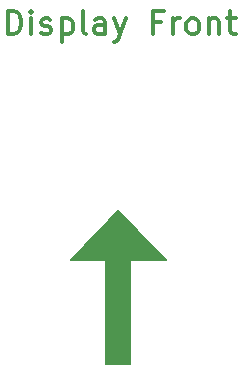
<source format=gbr>
%TF.GenerationSoftware,KiCad,Pcbnew,(6.0.4)*%
%TF.CreationDate,2022-07-14T17:56:19+08:00*%
%TF.ProjectId,SmartKnob_Screen,536d6172-744b-46e6-9f62-5f5363726565,rev?*%
%TF.SameCoordinates,Original*%
%TF.FileFunction,Legend,Top*%
%TF.FilePolarity,Positive*%
%FSLAX46Y46*%
G04 Gerber Fmt 4.6, Leading zero omitted, Abs format (unit mm)*
G04 Created by KiCad (PCBNEW (6.0.4)) date 2022-07-14 17:56:19*
%MOMM*%
%LPD*%
G01*
G04 APERTURE LIST*
%ADD10C,0.150000*%
%ADD11C,0.300000*%
G04 APERTURE END LIST*
D10*
X190837110Y-126446230D02*
X192837110Y-126446230D01*
X192837110Y-126446230D02*
X192837110Y-135296230D01*
X192837110Y-135296230D02*
X190837110Y-135296230D01*
X190837110Y-135296230D02*
X190837110Y-126446230D01*
G36*
X190837110Y-126446230D02*
G01*
X192837110Y-126446230D01*
X192837110Y-135296230D01*
X190837110Y-135296230D01*
X190837110Y-126446230D01*
G37*
G36*
X195837110Y-126446230D02*
G01*
X187837110Y-126446230D01*
X191837110Y-122296230D01*
X195837110Y-126446230D01*
G37*
X195837110Y-126446230D02*
X187837110Y-126446230D01*
X191837110Y-122296230D01*
X195837110Y-126446230D01*
D11*
X182463300Y-107350991D02*
X182463300Y-105350991D01*
X182939490Y-105350991D01*
X183225205Y-105446230D01*
X183415681Y-105636706D01*
X183510919Y-105827182D01*
X183606157Y-106208134D01*
X183606157Y-106493849D01*
X183510919Y-106874801D01*
X183415681Y-107065277D01*
X183225205Y-107255753D01*
X182939490Y-107350991D01*
X182463300Y-107350991D01*
X184463300Y-107350991D02*
X184463300Y-106017658D01*
X184463300Y-105350991D02*
X184368062Y-105446230D01*
X184463300Y-105541468D01*
X184558538Y-105446230D01*
X184463300Y-105350991D01*
X184463300Y-105541468D01*
X185320443Y-107255753D02*
X185510919Y-107350991D01*
X185891871Y-107350991D01*
X186082348Y-107255753D01*
X186177586Y-107065277D01*
X186177586Y-106970039D01*
X186082348Y-106779563D01*
X185891871Y-106684325D01*
X185606157Y-106684325D01*
X185415681Y-106589087D01*
X185320443Y-106398610D01*
X185320443Y-106303372D01*
X185415681Y-106112896D01*
X185606157Y-106017658D01*
X185891871Y-106017658D01*
X186082348Y-106112896D01*
X187034729Y-106017658D02*
X187034729Y-108017658D01*
X187034729Y-106112896D02*
X187225205Y-106017658D01*
X187606157Y-106017658D01*
X187796633Y-106112896D01*
X187891871Y-106208134D01*
X187987110Y-106398610D01*
X187987110Y-106970039D01*
X187891871Y-107160515D01*
X187796633Y-107255753D01*
X187606157Y-107350991D01*
X187225205Y-107350991D01*
X187034729Y-107255753D01*
X189129967Y-107350991D02*
X188939490Y-107255753D01*
X188844252Y-107065277D01*
X188844252Y-105350991D01*
X190749014Y-107350991D02*
X190749014Y-106303372D01*
X190653776Y-106112896D01*
X190463300Y-106017658D01*
X190082348Y-106017658D01*
X189891871Y-106112896D01*
X190749014Y-107255753D02*
X190558538Y-107350991D01*
X190082348Y-107350991D01*
X189891871Y-107255753D01*
X189796633Y-107065277D01*
X189796633Y-106874801D01*
X189891871Y-106684325D01*
X190082348Y-106589087D01*
X190558538Y-106589087D01*
X190749014Y-106493849D01*
X191510919Y-106017658D02*
X191987110Y-107350991D01*
X192463300Y-106017658D02*
X191987110Y-107350991D01*
X191796633Y-107827182D01*
X191701395Y-107922420D01*
X191510919Y-108017658D01*
X195415681Y-106303372D02*
X194749014Y-106303372D01*
X194749014Y-107350991D02*
X194749014Y-105350991D01*
X195701395Y-105350991D01*
X196463300Y-107350991D02*
X196463300Y-106017658D01*
X196463300Y-106398610D02*
X196558538Y-106208134D01*
X196653776Y-106112896D01*
X196844252Y-106017658D01*
X197034729Y-106017658D01*
X197987110Y-107350991D02*
X197796633Y-107255753D01*
X197701395Y-107160515D01*
X197606157Y-106970039D01*
X197606157Y-106398610D01*
X197701395Y-106208134D01*
X197796633Y-106112896D01*
X197987110Y-106017658D01*
X198272824Y-106017658D01*
X198463300Y-106112896D01*
X198558538Y-106208134D01*
X198653776Y-106398610D01*
X198653776Y-106970039D01*
X198558538Y-107160515D01*
X198463300Y-107255753D01*
X198272824Y-107350991D01*
X197987110Y-107350991D01*
X199510919Y-106017658D02*
X199510919Y-107350991D01*
X199510919Y-106208134D02*
X199606157Y-106112896D01*
X199796633Y-106017658D01*
X200082348Y-106017658D01*
X200272824Y-106112896D01*
X200368062Y-106303372D01*
X200368062Y-107350991D01*
X201034729Y-106017658D02*
X201796633Y-106017658D01*
X201320443Y-105350991D02*
X201320443Y-107065277D01*
X201415681Y-107255753D01*
X201606157Y-107350991D01*
X201796633Y-107350991D01*
M02*

</source>
